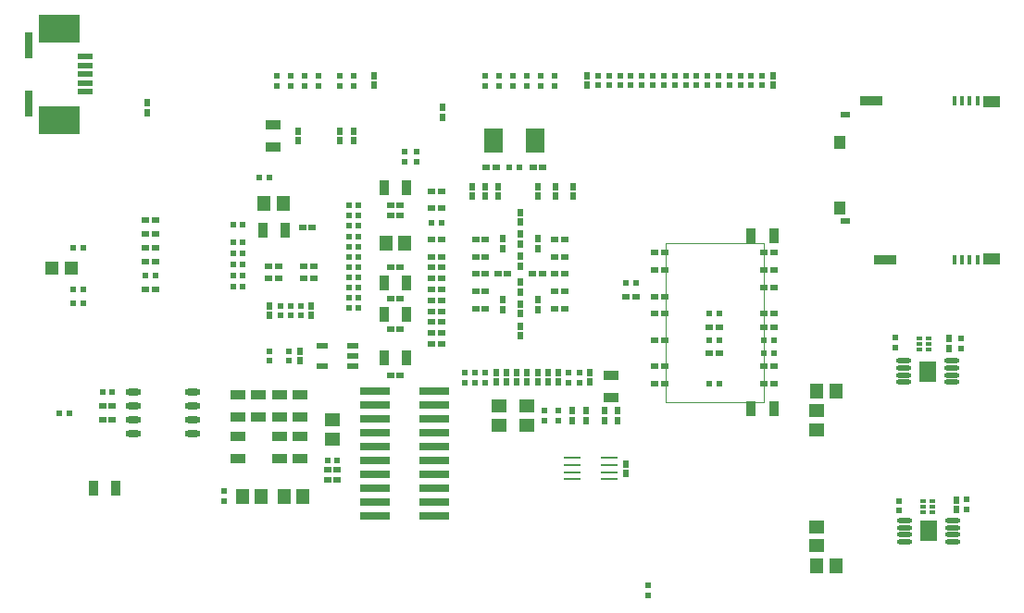
<source format=gbp>
G04*
G04 #@! TF.GenerationSoftware,Altium Limited,Altium Designer,19.1.9 (167)*
G04*
G04 Layer_Color=128*
%FSLAX25Y25*%
%MOIN*%
G70*
G01*
G75*
%ADD11C,0.00100*%
%ADD22R,0.02000X0.02500*%
%ADD23R,0.07000X0.08500*%
%ADD26R,0.02165X0.02165*%
%ADD27R,0.02165X0.02165*%
%ADD28R,0.02000X0.01200*%
%ADD34R,0.05709X0.03543*%
%ADD35R,0.02500X0.02000*%
%ADD36R,0.03543X0.05709*%
%ADD98R,0.06299X0.07559*%
%ADD99O,0.05512X0.01772*%
%ADD100R,0.05787X0.04606*%
%ADD101R,0.04606X0.05787*%
%ADD102R,0.05512X0.01969*%
%ADD103R,0.03150X0.09252*%
%ADD104R,0.15000X0.10000*%
%ADD105R,0.03500X0.02000*%
%ADD106R,0.01800X0.03600*%
%ADD107R,0.07900X0.03500*%
%ADD108R,0.04300X0.04700*%
%ADD109R,0.06000X0.04400*%
%ADD110R,0.11000X0.02800*%
%ADD111R,0.04331X0.02362*%
%ADD112O,0.06102X0.00984*%
%ADD113O,0.05709X0.02362*%
%ADD114R,0.02598X0.02441*%
%ADD115R,0.04500X0.05000*%
D11*
X234034Y76926D02*
Y134176D01*
X269234D01*
Y76926D02*
Y134176D01*
X234034Y76926D02*
X269234D01*
D22*
X153541Y179668D02*
D03*
Y183132D02*
D03*
X102500Y95232D02*
D03*
Y91768D02*
D03*
X106496Y111563D02*
D03*
Y108098D02*
D03*
X91536Y111563D02*
D03*
Y108098D02*
D03*
X129000Y194532D02*
D03*
Y191068D02*
D03*
X121800Y171068D02*
D03*
Y174532D02*
D03*
X116600Y174632D02*
D03*
Y171168D02*
D03*
X101600Y171168D02*
D03*
Y174632D02*
D03*
X216600Y73732D02*
D03*
Y70268D02*
D03*
X175335Y132343D02*
D03*
Y135807D02*
D03*
X191634Y84068D02*
D03*
Y87532D02*
D03*
X173800Y154632D02*
D03*
Y151168D02*
D03*
X195384Y84068D02*
D03*
Y87532D02*
D03*
X180384Y84068D02*
D03*
Y87532D02*
D03*
X176634Y84068D02*
D03*
Y87532D02*
D03*
X184134Y84068D02*
D03*
Y87532D02*
D03*
X181634Y100847D02*
D03*
Y104311D02*
D03*
X175335Y113760D02*
D03*
Y110295D02*
D03*
X187933Y135807D02*
D03*
Y132343D02*
D03*
X181634Y126043D02*
D03*
Y129508D02*
D03*
X187933Y113760D02*
D03*
Y110295D02*
D03*
X181634Y120059D02*
D03*
Y116595D02*
D03*
Y133917D02*
D03*
Y137382D02*
D03*
X194232Y154632D02*
D03*
Y151168D02*
D03*
X164300Y154632D02*
D03*
Y151168D02*
D03*
X200547Y154632D02*
D03*
Y151168D02*
D03*
X205771Y194646D02*
D03*
Y191181D02*
D03*
X206634Y84068D02*
D03*
Y87532D02*
D03*
X212200Y73732D02*
D03*
Y70268D02*
D03*
X187925Y154632D02*
D03*
Y151168D02*
D03*
X181634Y108721D02*
D03*
Y112185D02*
D03*
X172884Y87532D02*
D03*
Y84068D02*
D03*
X169055Y151168D02*
D03*
Y154632D02*
D03*
X272700Y191181D02*
D03*
Y194646D02*
D03*
X181634Y141791D02*
D03*
Y145256D02*
D03*
X336100Y99732D02*
D03*
Y96268D02*
D03*
X338600Y41632D02*
D03*
Y38168D02*
D03*
X47500Y184732D02*
D03*
Y181268D02*
D03*
X219600Y51168D02*
D03*
Y54632D02*
D03*
X205384Y70268D02*
D03*
Y73732D02*
D03*
X200416Y73732D02*
D03*
Y70268D02*
D03*
X187884Y87532D02*
D03*
Y84068D02*
D03*
D23*
X187114Y171100D02*
D03*
X172154D02*
D03*
D26*
X342300Y38228D02*
D03*
Y41772D02*
D03*
X318100Y41372D02*
D03*
Y37828D02*
D03*
X98500Y91728D02*
D03*
Y95272D02*
D03*
X95266Y111602D02*
D03*
Y108059D02*
D03*
X102766Y108059D02*
D03*
Y111602D02*
D03*
X99016Y111602D02*
D03*
Y108059D02*
D03*
X116600Y194572D02*
D03*
Y191028D02*
D03*
X179134Y191028D02*
D03*
Y194572D02*
D03*
X169134Y191028D02*
D03*
Y194572D02*
D03*
X99200Y191028D02*
D03*
Y194572D02*
D03*
X94200Y191028D02*
D03*
Y194572D02*
D03*
X174134Y191028D02*
D03*
Y194572D02*
D03*
X189134Y191028D02*
D03*
Y194572D02*
D03*
X109200Y191028D02*
D03*
Y194572D02*
D03*
X104200Y191028D02*
D03*
Y194572D02*
D03*
X184134Y191028D02*
D03*
Y194572D02*
D03*
X194134Y191028D02*
D03*
Y194572D02*
D03*
X268763Y191142D02*
D03*
Y194685D02*
D03*
X264826Y191142D02*
D03*
Y194685D02*
D03*
X260889Y191142D02*
D03*
Y194685D02*
D03*
X256952Y191142D02*
D03*
Y194685D02*
D03*
X253015Y191142D02*
D03*
Y194685D02*
D03*
X249078Y191142D02*
D03*
Y194685D02*
D03*
X245141Y191142D02*
D03*
Y194685D02*
D03*
X241204Y191142D02*
D03*
Y194685D02*
D03*
X237267Y191142D02*
D03*
Y194685D02*
D03*
X233330Y191142D02*
D03*
Y194685D02*
D03*
X229393Y191142D02*
D03*
Y194685D02*
D03*
X217582Y191142D02*
D03*
Y194685D02*
D03*
X225456Y191142D02*
D03*
Y194685D02*
D03*
X221519Y191142D02*
D03*
Y194685D02*
D03*
X209708Y191142D02*
D03*
Y194685D02*
D03*
X213645Y191142D02*
D03*
Y194685D02*
D03*
X202884Y84028D02*
D03*
Y87572D02*
D03*
X161634Y87572D02*
D03*
Y84028D02*
D03*
X195448Y70228D02*
D03*
Y73772D02*
D03*
X316600Y100072D02*
D03*
Y96528D02*
D03*
X190480Y70228D02*
D03*
Y73772D02*
D03*
X340400Y96228D02*
D03*
Y99772D02*
D03*
X199134Y84028D02*
D03*
Y87572D02*
D03*
X121700Y191028D02*
D03*
Y194572D02*
D03*
X139870Y167118D02*
D03*
Y163575D02*
D03*
X169134Y84028D02*
D03*
Y87572D02*
D03*
X165384Y84028D02*
D03*
Y87572D02*
D03*
X227700Y10772D02*
D03*
Y7228D02*
D03*
X144370Y167118D02*
D03*
Y163575D02*
D03*
X75000Y41228D02*
D03*
Y44772D02*
D03*
X91500Y95272D02*
D03*
Y91728D02*
D03*
D27*
X119928Y144100D02*
D03*
X123472D02*
D03*
X81772Y118500D02*
D03*
X78228D02*
D03*
X123472Y110800D02*
D03*
X119928D02*
D03*
X123472Y136700D02*
D03*
X119928D02*
D03*
X123472Y125600D02*
D03*
X119928D02*
D03*
X123472Y140400D02*
D03*
X119928D02*
D03*
X123472Y129300D02*
D03*
X119928D02*
D03*
X123472Y133000D02*
D03*
X119928D02*
D03*
X123472Y118200D02*
D03*
X119928D02*
D03*
X123472Y147800D02*
D03*
X119928D02*
D03*
X123472Y121900D02*
D03*
X119928D02*
D03*
X123472Y114500D02*
D03*
X119928D02*
D03*
X78228Y141000D02*
D03*
X81772D02*
D03*
X50272Y122500D02*
D03*
X46728D02*
D03*
X24272Y132500D02*
D03*
X20728D02*
D03*
X24272Y112500D02*
D03*
X20728D02*
D03*
X24272Y117500D02*
D03*
X20728D02*
D03*
X81772Y134500D02*
D03*
X78228D02*
D03*
X81772Y130500D02*
D03*
X78228D02*
D03*
X81772Y126500D02*
D03*
X78228D02*
D03*
X81772Y122500D02*
D03*
X78228D02*
D03*
X272969Y94553D02*
D03*
X269426D02*
D03*
X253284Y99277D02*
D03*
X249741D02*
D03*
X253284Y108726D02*
D03*
X249741D02*
D03*
X253284Y83529D02*
D03*
X249741D02*
D03*
X272969Y99277D02*
D03*
X269426D02*
D03*
X153372Y141600D02*
D03*
X149828D02*
D03*
X91372Y157800D02*
D03*
X87828D02*
D03*
X219728Y119903D02*
D03*
X223272D02*
D03*
X112228Y56000D02*
D03*
X115772D02*
D03*
X181406Y161500D02*
D03*
X177862D02*
D03*
X31228Y80500D02*
D03*
X34772D02*
D03*
X19272Y73000D02*
D03*
X15728D02*
D03*
D28*
X325372Y99968D02*
D03*
Y96032D02*
D03*
Y98000D02*
D03*
X328828D02*
D03*
Y99968D02*
D03*
Y96032D02*
D03*
X326672Y41068D02*
D03*
Y37132D02*
D03*
Y39100D02*
D03*
X330128D02*
D03*
Y41068D02*
D03*
Y37132D02*
D03*
D34*
X92600Y176935D02*
D03*
Y168865D02*
D03*
X214400Y86535D02*
D03*
Y78465D02*
D03*
X87500Y79535D02*
D03*
Y71465D02*
D03*
X102500Y64535D02*
D03*
Y56465D02*
D03*
Y79535D02*
D03*
Y71465D02*
D03*
X95000Y71465D02*
D03*
Y79535D02*
D03*
Y64535D02*
D03*
Y56465D02*
D03*
X80000Y56465D02*
D03*
Y64535D02*
D03*
Y71465D02*
D03*
Y79535D02*
D03*
D35*
X103868Y121400D02*
D03*
X107332D02*
D03*
X103868Y125800D02*
D03*
X107332D02*
D03*
X94632D02*
D03*
X91168D02*
D03*
X94632Y121400D02*
D03*
X91168D02*
D03*
X106732Y140000D02*
D03*
X103268D02*
D03*
X50232Y127500D02*
D03*
X46768D02*
D03*
X31268Y75500D02*
D03*
X34732D02*
D03*
X249780Y94553D02*
D03*
X253245D02*
D03*
X253245Y104002D02*
D03*
X249780D02*
D03*
X272930Y83529D02*
D03*
X269465D02*
D03*
X272930Y89828D02*
D03*
X269465D02*
D03*
X272930Y104002D02*
D03*
X269465D02*
D03*
X272930Y108726D02*
D03*
X269465D02*
D03*
X272930Y118175D02*
D03*
X269465D02*
D03*
X272930Y124474D02*
D03*
X269465D02*
D03*
X272930Y130773D02*
D03*
X269465D02*
D03*
X230095Y89828D02*
D03*
X233560D02*
D03*
X230095Y99277D02*
D03*
X233560D02*
D03*
X230095Y108726D02*
D03*
X233560D02*
D03*
X230095Y115025D02*
D03*
X233560D02*
D03*
X230095Y124474D02*
D03*
X233560D02*
D03*
X230095Y130773D02*
D03*
X233560D02*
D03*
X149868Y117539D02*
D03*
X153332D02*
D03*
X149868Y146800D02*
D03*
X153332D02*
D03*
X134968Y86500D02*
D03*
X138432D02*
D03*
X165728Y123051D02*
D03*
X169193D02*
D03*
X189665D02*
D03*
X186201D02*
D03*
X149868Y125413D02*
D03*
X153332D02*
D03*
X149868Y113602D02*
D03*
X153332D02*
D03*
X149868Y109665D02*
D03*
X153332D02*
D03*
X134968Y103100D02*
D03*
X138432D02*
D03*
X134968Y125551D02*
D03*
X138432D02*
D03*
X134968Y114200D02*
D03*
X138432D02*
D03*
X177067Y123051D02*
D03*
X173602D02*
D03*
X165728Y135650D02*
D03*
X169193D02*
D03*
X153332Y153000D02*
D03*
X149868D02*
D03*
X169193Y110453D02*
D03*
X165728D02*
D03*
X134968Y147800D02*
D03*
X138432D02*
D03*
X169193Y129350D02*
D03*
X165728D02*
D03*
X165728Y116752D02*
D03*
X169193D02*
D03*
X194075Y129350D02*
D03*
X197539D02*
D03*
X194075Y110453D02*
D03*
X197539D02*
D03*
X194075Y123051D02*
D03*
X197539D02*
D03*
X194075Y116752D02*
D03*
X197539D02*
D03*
X230095Y83529D02*
D03*
X233560D02*
D03*
X153332Y121476D02*
D03*
X149868D02*
D03*
X153332Y129351D02*
D03*
X149868D02*
D03*
X138432Y144200D02*
D03*
X134968D02*
D03*
X197539Y135650D02*
D03*
X194075D02*
D03*
X149868Y97854D02*
D03*
X153332D02*
D03*
X149868Y105728D02*
D03*
X153332D02*
D03*
X149868Y135600D02*
D03*
X153332D02*
D03*
X149866Y101791D02*
D03*
X153331D02*
D03*
X223232Y115000D02*
D03*
X219768D02*
D03*
X115732Y49000D02*
D03*
X112268D02*
D03*
X112268Y52500D02*
D03*
X115732D02*
D03*
X172932Y161500D02*
D03*
X169468D02*
D03*
X189732D02*
D03*
X186268D02*
D03*
X31268Y70500D02*
D03*
X34732D02*
D03*
D36*
X88965Y139000D02*
D03*
X97035D02*
D03*
X264865Y74500D02*
D03*
X272935D02*
D03*
X140735Y93000D02*
D03*
X132665D02*
D03*
X140735Y120000D02*
D03*
X132665D02*
D03*
X140735Y108500D02*
D03*
X132665D02*
D03*
X264865Y136800D02*
D03*
X272935D02*
D03*
X132665Y154300D02*
D03*
X140735D02*
D03*
X27965Y46000D02*
D03*
X36035D02*
D03*
D98*
X328600Y30400D02*
D03*
X328300Y87900D02*
D03*
D99*
X337261Y34239D02*
D03*
Y31679D02*
D03*
Y29120D02*
D03*
Y26561D02*
D03*
X319939Y34239D02*
D03*
Y31679D02*
D03*
Y29120D02*
D03*
Y26561D02*
D03*
X336961Y91739D02*
D03*
Y89179D02*
D03*
Y86620D02*
D03*
Y84061D02*
D03*
X319639Y91739D02*
D03*
Y89179D02*
D03*
Y86620D02*
D03*
Y84061D02*
D03*
D100*
X288400Y25075D02*
D03*
Y31925D02*
D03*
X174034Y75425D02*
D03*
Y68575D02*
D03*
X184134Y75425D02*
D03*
Y68575D02*
D03*
X288400Y66975D02*
D03*
Y73825D02*
D03*
X114000Y70425D02*
D03*
Y63575D02*
D03*
D101*
X295225Y18000D02*
D03*
X288375D02*
D03*
X96225Y148400D02*
D03*
X89375D02*
D03*
X133275Y134100D02*
D03*
X140125D02*
D03*
X288375Y80900D02*
D03*
X295225D02*
D03*
X96575Y43000D02*
D03*
X103425D02*
D03*
X88425D02*
D03*
X81575D02*
D03*
D102*
X25196Y198327D02*
D03*
Y195177D02*
D03*
Y192027D02*
D03*
Y201476D02*
D03*
Y188878D02*
D03*
D103*
X4724Y184646D02*
D03*
Y205708D02*
D03*
D104*
X15747Y178642D02*
D03*
Y211712D02*
D03*
D105*
X298653Y180441D02*
D03*
Y142055D02*
D03*
D106*
X346249Y185489D02*
D03*
X340737D02*
D03*
X337981D02*
D03*
Y128345D02*
D03*
X340737D02*
D03*
X346249D02*
D03*
X343493Y185489D02*
D03*
Y128345D02*
D03*
D107*
X307922Y185460D02*
D03*
X313040Y128374D02*
D03*
D108*
X296690Y170401D02*
D03*
Y146780D02*
D03*
D109*
X351229Y128585D02*
D03*
Y185249D02*
D03*
D110*
X150650Y46000D02*
D03*
X129350Y51000D02*
D03*
X150650Y36000D02*
D03*
X129350Y71000D02*
D03*
X150650Y76000D02*
D03*
X129350D02*
D03*
X150650Y51000D02*
D03*
Y56000D02*
D03*
Y61000D02*
D03*
Y81000D02*
D03*
Y71000D02*
D03*
Y41000D02*
D03*
X129350Y36000D02*
D03*
Y41000D02*
D03*
Y56000D02*
D03*
Y61000D02*
D03*
Y66000D02*
D03*
X150650D02*
D03*
X129350Y46000D02*
D03*
Y81000D02*
D03*
D111*
X110488Y97240D02*
D03*
Y89760D02*
D03*
X121512D02*
D03*
Y93500D02*
D03*
Y97240D02*
D03*
D112*
X200307Y49061D02*
D03*
Y51621D02*
D03*
Y54180D02*
D03*
Y56739D02*
D03*
X213693Y49061D02*
D03*
Y51621D02*
D03*
Y54180D02*
D03*
Y56739D02*
D03*
D113*
X63728Y80500D02*
D03*
Y75500D02*
D03*
Y70500D02*
D03*
Y65500D02*
D03*
X42272Y80500D02*
D03*
Y75500D02*
D03*
Y70500D02*
D03*
Y65500D02*
D03*
D114*
X46768Y117500D02*
D03*
X50232D02*
D03*
X46768Y132500D02*
D03*
X50232D02*
D03*
X46768Y137500D02*
D03*
X50232D02*
D03*
X46768Y142500D02*
D03*
X50232D02*
D03*
D115*
X13035Y125083D02*
D03*
X20035D02*
D03*
M02*

</source>
